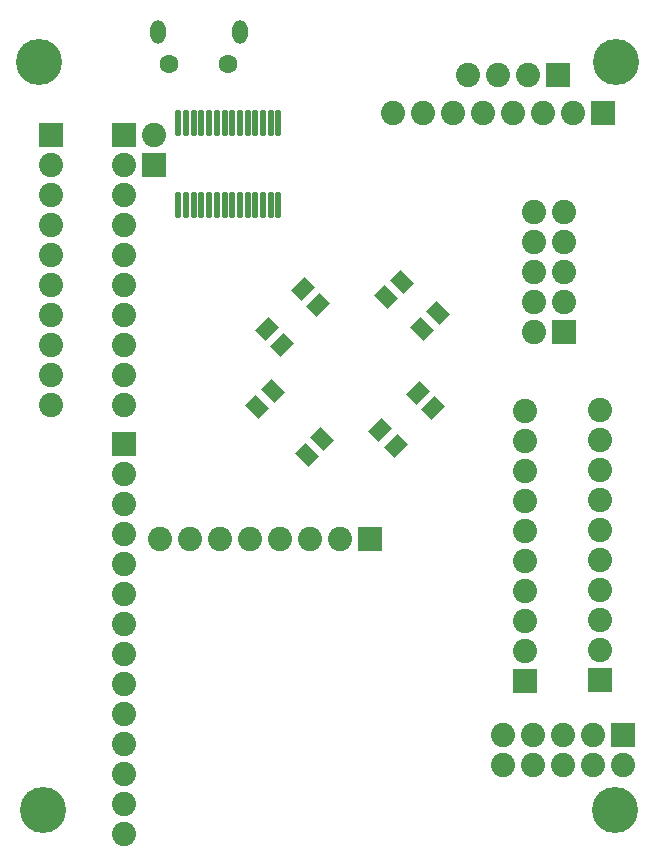
<source format=gbs>
G04*
G04 #@! TF.GenerationSoftware,Altium Limited,Altium Designer,20.1.10 (176)*
G04*
G04 Layer_Color=16711935*
%FSLAX24Y24*%
%MOIN*%
G70*
G04*
G04 #@! TF.SameCoordinates,9D01BC41-1964-44B2-BAAF-85125F902256*
G04*
G04*
G04 #@! TF.FilePolarity,Negative*
G04*
G01*
G75*
%ADD45C,0.0630*%
%ADD46O,0.0512X0.0787*%
%ADD47R,0.0808X0.0808*%
%ADD48C,0.0808*%
%ADD49R,0.0808X0.0808*%
%ADD50C,0.1537*%
%ADD73O,0.0218X0.0907*%
G04:AMPARAMS|DCode=74|XSize=63.1mil|YSize=49.3mil|CornerRadius=0mil|HoleSize=0mil|Usage=FLASHONLY|Rotation=225.000|XOffset=0mil|YOffset=0mil|HoleType=Round|Shape=Rectangle|*
%AMROTATEDRECTD74*
4,1,4,0.0049,0.0398,0.0398,0.0049,-0.0049,-0.0398,-0.0398,-0.0049,0.0049,0.0398,0.0*
%
%ADD74ROTATEDRECTD74*%

G04:AMPARAMS|DCode=75|XSize=63.1mil|YSize=49.3mil|CornerRadius=0mil|HoleSize=0mil|Usage=FLASHONLY|Rotation=315.000|XOffset=0mil|YOffset=0mil|HoleType=Round|Shape=Rectangle|*
%AMROTATEDRECTD75*
4,1,4,-0.0398,0.0049,-0.0049,0.0398,0.0398,-0.0049,0.0049,-0.0398,-0.0398,0.0049,0.0*
%
%ADD75ROTATEDRECTD75*%

D45*
X7878Y26476D02*
D03*
X5910D02*
D03*
D46*
X8272Y27539D02*
D03*
X5516D02*
D03*
D47*
X5400Y23110D02*
D03*
X17750Y5900D02*
D03*
X20250Y5950D02*
D03*
X4400Y13800D02*
D03*
X19050Y17550D02*
D03*
X4400Y24100D02*
D03*
X1950D02*
D03*
D48*
X5400Y24110D02*
D03*
X17750Y12900D02*
D03*
Y11900D02*
D03*
Y9900D02*
D03*
Y8900D02*
D03*
Y7900D02*
D03*
Y6900D02*
D03*
Y10900D02*
D03*
Y13900D02*
D03*
Y14900D02*
D03*
X20250Y12950D02*
D03*
Y11950D02*
D03*
Y9950D02*
D03*
Y8950D02*
D03*
Y7950D02*
D03*
Y6950D02*
D03*
Y10950D02*
D03*
Y13950D02*
D03*
Y14950D02*
D03*
X4400Y800D02*
D03*
Y1800D02*
D03*
Y6800D02*
D03*
Y7800D02*
D03*
Y9800D02*
D03*
Y10800D02*
D03*
Y11800D02*
D03*
Y12800D02*
D03*
Y8800D02*
D03*
Y5800D02*
D03*
Y4800D02*
D03*
Y2800D02*
D03*
Y3800D02*
D03*
X18050Y21550D02*
D03*
X19050D02*
D03*
X18050Y20550D02*
D03*
X19050D02*
D03*
X19050Y19550D02*
D03*
X18050D02*
D03*
X19050Y18550D02*
D03*
X18050D02*
D03*
Y17550D02*
D03*
X4400Y15100D02*
D03*
Y16100D02*
D03*
Y19100D02*
D03*
Y23100D02*
D03*
Y22100D02*
D03*
Y21100D02*
D03*
Y20100D02*
D03*
Y18100D02*
D03*
Y17100D02*
D03*
X1950Y15100D02*
D03*
Y16100D02*
D03*
Y19100D02*
D03*
Y23100D02*
D03*
Y22100D02*
D03*
Y21100D02*
D03*
Y20100D02*
D03*
Y18100D02*
D03*
Y17100D02*
D03*
X15350Y24850D02*
D03*
X19350D02*
D03*
X18350D02*
D03*
X17350D02*
D03*
X16350D02*
D03*
X14350D02*
D03*
X13350D02*
D03*
X17850Y26100D02*
D03*
X16850D02*
D03*
X15850D02*
D03*
X21028Y3105D02*
D03*
X20028D02*
D03*
Y4105D02*
D03*
X19028Y3105D02*
D03*
Y4105D02*
D03*
X18028Y4105D02*
D03*
Y3105D02*
D03*
X17028Y4105D02*
D03*
Y3105D02*
D03*
X7600Y10650D02*
D03*
X5600D02*
D03*
X9600D02*
D03*
X11600D02*
D03*
X10600D02*
D03*
X6600D02*
D03*
X8600D02*
D03*
D49*
X20350Y24850D02*
D03*
X18850Y26100D02*
D03*
X21028Y4105D02*
D03*
X12600Y10650D02*
D03*
D50*
X1700Y1600D02*
D03*
X20750D02*
D03*
X20800Y26550D02*
D03*
X1550D02*
D03*
D73*
X6211Y24500D02*
D03*
X6467D02*
D03*
X6722D02*
D03*
X6978D02*
D03*
X7234D02*
D03*
X7490D02*
D03*
X7746D02*
D03*
X8002D02*
D03*
X8258D02*
D03*
X8514D02*
D03*
X8770D02*
D03*
X9026D02*
D03*
X9281D02*
D03*
X9537D02*
D03*
X6211Y21783D02*
D03*
X6467D02*
D03*
X6722D02*
D03*
X6978D02*
D03*
X7234D02*
D03*
X7490D02*
D03*
X7746D02*
D03*
X8002D02*
D03*
X8258D02*
D03*
X8514D02*
D03*
X9537D02*
D03*
X9281D02*
D03*
X9026D02*
D03*
X8770D02*
D03*
D74*
X13458Y13742D02*
D03*
X12942Y14258D02*
D03*
X14192Y15508D02*
D03*
X14708Y14992D02*
D03*
X10865Y18456D02*
D03*
X10350Y18971D02*
D03*
X9665Y17114D02*
D03*
X9150Y17629D02*
D03*
D75*
X14342Y17642D02*
D03*
X14858Y18158D02*
D03*
X13142Y18692D02*
D03*
X13658Y19208D02*
D03*
X9358Y15558D02*
D03*
X8842Y15042D02*
D03*
X10994Y13965D02*
D03*
X10479Y13450D02*
D03*
M02*

</source>
